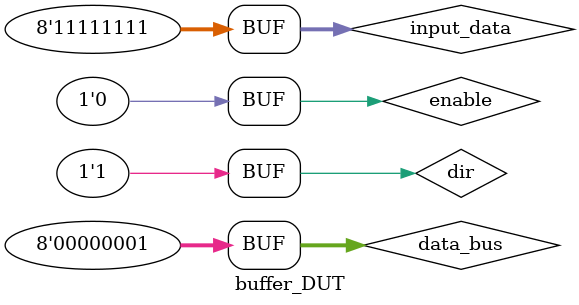
<source format=v>

module Buffer (
       input    [7:0] input_data,
       output   [7:0] internal_data_bus,
       inout    [7:0]  data_bus, 
       input enable
);

  assign data_bus = (enable==1)?input_data: 8'bzzzzzzzz;
  
  assign internal_data_bus = (enable==0)?data_bus : 8'b zzzzzzzz;




endmodule 


module buffer_DUT();
   reg  [7:0] input_data;
  
   reg enable;
   reg dir;
   wire  [7:0]  data_bus;
  wire   [7:0] internal_data_bus;
  
  
  assign data_bus =dir ? 8'b00000001:8'bzzzzzzzz; 
  
  
  initial begin
   
  enable = 1; 
  dir =0;
  input_data = 8'b10101010;
   #10;
   input_data = 8'b11111111;
   #10;
   enable =0;
   #10;
   dir =1;
  
end
  
  Buffer Bus_buffer (
  
  .input_data(input_data),
  .internal_data_bus(internal_data_bus),
  .data_bus(data_bus),
  .enable(enable)
  
  );
  
  
  
endmodule

</source>
